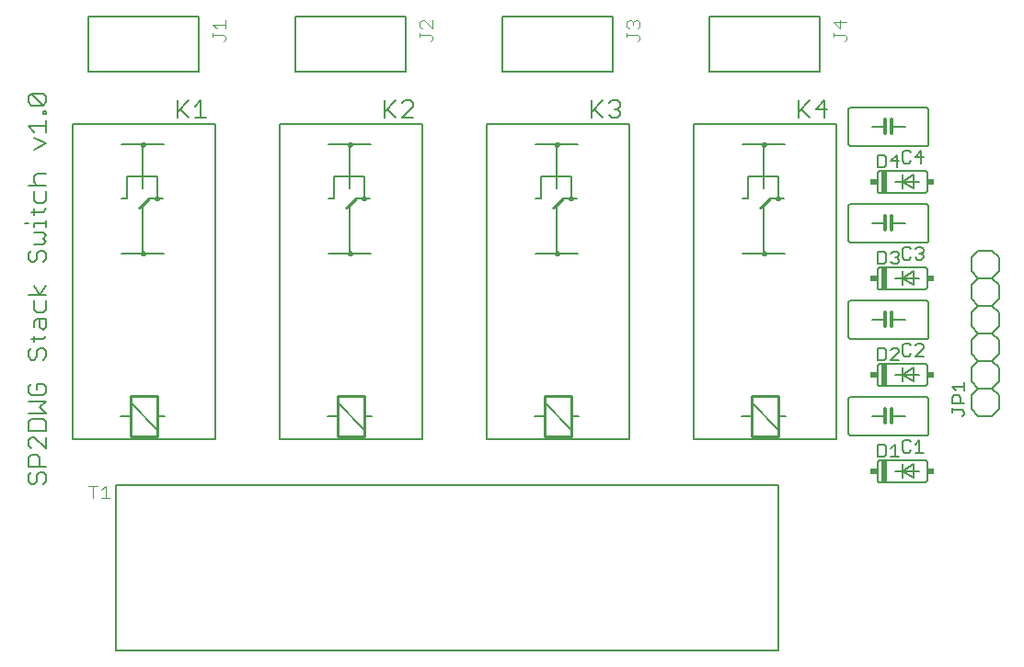
<source format=gtl>
G75*
G70*
%OFA0B0*%
%FSLAX24Y24*%
%IPPOS*%
%LPD*%
%AMOC8*
5,1,8,0,0,1.08239X$1,22.5*
%
%ADD10C,0.0060*%
%ADD11C,0.0100*%
%ADD12C,0.0070*%
%ADD13C,0.0050*%
%ADD14R,0.0200X0.0800*%
%ADD15R,0.0250X0.0200*%
%ADD16C,0.0120*%
%ADD17C,0.0040*%
D10*
X001616Y006710D02*
X001509Y006817D01*
X001509Y007030D01*
X001616Y007137D01*
X001830Y007030D02*
X001936Y007137D01*
X002043Y007137D01*
X002150Y007030D01*
X002150Y006817D01*
X002043Y006710D01*
X001830Y006817D02*
X001830Y007030D01*
X001830Y006817D02*
X001723Y006710D01*
X001616Y006710D01*
X001509Y007355D02*
X001509Y007675D01*
X001616Y007782D01*
X001830Y007782D01*
X001936Y007675D01*
X001936Y007355D01*
X002150Y007355D02*
X001509Y007355D01*
X001616Y007999D02*
X001509Y008106D01*
X001509Y008319D01*
X001616Y008426D01*
X001723Y008426D01*
X002150Y007999D01*
X002150Y008426D01*
X002150Y008644D02*
X002150Y008964D01*
X002043Y009071D01*
X001616Y009071D01*
X001509Y008964D01*
X001509Y008644D01*
X002150Y008644D01*
X002150Y009288D02*
X001509Y009288D01*
X001509Y009715D02*
X002150Y009715D01*
X001936Y009502D01*
X002150Y009288D01*
X002043Y009933D02*
X001616Y009933D01*
X001509Y010040D01*
X001509Y010253D01*
X001616Y010360D01*
X001830Y010360D02*
X001830Y010146D01*
X001830Y010360D02*
X002043Y010360D01*
X002150Y010253D01*
X002150Y010040D01*
X002043Y009933D01*
X002043Y011222D02*
X002150Y011329D01*
X002150Y011542D01*
X002043Y011649D01*
X001936Y011649D01*
X001830Y011542D01*
X001830Y011329D01*
X001723Y011222D01*
X001616Y011222D01*
X001509Y011329D01*
X001509Y011542D01*
X001616Y011649D01*
X001723Y011866D02*
X001723Y012080D01*
X001616Y011973D02*
X002043Y011973D01*
X002150Y012080D01*
X002043Y012296D02*
X001936Y012403D01*
X001936Y012723D01*
X001830Y012723D02*
X002150Y012723D01*
X002150Y012403D01*
X002043Y012296D01*
X001723Y012403D02*
X001723Y012616D01*
X001830Y012723D01*
X001830Y012941D02*
X002043Y012941D01*
X002150Y013047D01*
X002150Y013368D01*
X002150Y013585D02*
X001509Y013585D01*
X001723Y013368D02*
X001723Y013047D01*
X001830Y012941D01*
X001936Y013585D02*
X001723Y013905D01*
X001936Y013585D02*
X002150Y013905D01*
X002043Y014767D02*
X002150Y014874D01*
X002150Y015087D01*
X002043Y015194D01*
X001936Y015194D01*
X001830Y015087D01*
X001830Y014874D01*
X001723Y014767D01*
X001616Y014767D01*
X001509Y014874D01*
X001509Y015087D01*
X001616Y015194D01*
X001723Y015411D02*
X002043Y015411D01*
X002150Y015518D01*
X002043Y015625D01*
X002150Y015732D01*
X002043Y015838D01*
X001723Y015838D01*
X001723Y016056D02*
X001723Y016163D01*
X002150Y016163D01*
X002150Y016269D02*
X002150Y016056D01*
X001723Y016486D02*
X001723Y016699D01*
X001616Y016592D02*
X002043Y016592D01*
X002150Y016699D01*
X002043Y016915D02*
X001830Y016915D01*
X001723Y017022D01*
X001723Y017342D01*
X001830Y017560D02*
X001723Y017667D01*
X001723Y017880D01*
X001830Y017987D01*
X002150Y017987D01*
X002150Y017560D02*
X001509Y017560D01*
X002150Y017342D02*
X002150Y017022D01*
X002043Y016915D01*
X001509Y016163D02*
X001403Y016163D01*
X004900Y017080D02*
X005080Y017080D01*
X005080Y017880D01*
X006180Y017880D01*
X006180Y017080D01*
X005880Y017080D01*
X006180Y017080D02*
X006380Y017080D01*
X005660Y016860D02*
X005660Y015080D01*
X004900Y015080D01*
X005660Y015080D02*
X006410Y015080D01*
X005660Y017460D02*
X005660Y019030D01*
X004900Y019030D01*
X005660Y019030D02*
X006410Y019030D01*
X008280Y019780D02*
X003130Y019780D01*
X003130Y008330D01*
X008280Y008330D01*
X008280Y019780D01*
X010630Y019780D02*
X010630Y008330D01*
X015780Y008330D01*
X015780Y019780D01*
X010630Y019780D01*
X012400Y019030D02*
X013160Y019030D01*
X013910Y019030D01*
X013160Y019030D02*
X013160Y017460D01*
X013380Y017080D02*
X013680Y017080D01*
X013680Y017880D01*
X012580Y017880D01*
X012580Y017080D01*
X012400Y017080D01*
X013160Y016860D02*
X013160Y015080D01*
X012400Y015080D01*
X013160Y015080D02*
X013910Y015080D01*
X013880Y017080D02*
X013680Y017080D01*
X018130Y019780D02*
X018130Y008330D01*
X023280Y008330D01*
X023280Y019780D01*
X018130Y019780D01*
X019900Y019030D02*
X020660Y019030D01*
X021410Y019030D01*
X020660Y019030D02*
X020660Y017460D01*
X020880Y017080D02*
X021180Y017080D01*
X021180Y017880D01*
X020080Y017880D01*
X020080Y017080D01*
X019900Y017080D01*
X020660Y016860D02*
X020660Y015080D01*
X019900Y015080D01*
X020660Y015080D02*
X021410Y015080D01*
X021380Y017080D02*
X021180Y017080D01*
X025630Y019780D02*
X025630Y008330D01*
X030780Y008330D01*
X030780Y019780D01*
X025630Y019780D01*
X027400Y019030D02*
X028160Y019030D01*
X028910Y019030D01*
X028160Y019030D02*
X028160Y017460D01*
X028380Y017080D02*
X028680Y017080D01*
X028680Y017880D01*
X027580Y017880D01*
X027580Y017080D01*
X027400Y017080D01*
X028160Y016860D02*
X028160Y015080D01*
X027400Y015080D01*
X028160Y015080D02*
X028910Y015080D01*
X031230Y015580D02*
X031230Y016780D01*
X031232Y016797D01*
X031236Y016814D01*
X031243Y016830D01*
X031253Y016844D01*
X031266Y016857D01*
X031280Y016867D01*
X031296Y016874D01*
X031313Y016878D01*
X031330Y016880D01*
X034030Y016880D01*
X034047Y016878D01*
X034064Y016874D01*
X034080Y016867D01*
X034094Y016857D01*
X034107Y016844D01*
X034117Y016830D01*
X034124Y016814D01*
X034128Y016797D01*
X034130Y016780D01*
X034130Y015580D01*
X034128Y015563D01*
X034124Y015546D01*
X034117Y015530D01*
X034107Y015516D01*
X034094Y015503D01*
X034080Y015493D01*
X034064Y015486D01*
X034047Y015482D01*
X034030Y015480D01*
X031330Y015480D01*
X031313Y015482D01*
X031296Y015486D01*
X031280Y015493D01*
X031266Y015503D01*
X031253Y015516D01*
X031243Y015530D01*
X031236Y015546D01*
X031232Y015563D01*
X031230Y015580D01*
X032080Y016180D02*
X032550Y016180D01*
X032800Y016180D02*
X033280Y016180D01*
X033980Y017280D02*
X032380Y017280D01*
X032363Y017282D01*
X032346Y017286D01*
X032330Y017293D01*
X032316Y017303D01*
X032303Y017316D01*
X032293Y017330D01*
X032286Y017346D01*
X032282Y017363D01*
X032280Y017380D01*
X032280Y017980D01*
X032282Y017997D01*
X032286Y018014D01*
X032293Y018030D01*
X032303Y018044D01*
X032316Y018057D01*
X032330Y018067D01*
X032346Y018074D01*
X032363Y018078D01*
X032380Y018080D01*
X033980Y018080D01*
X033997Y018078D01*
X034014Y018074D01*
X034030Y018067D01*
X034044Y018057D01*
X034057Y018044D01*
X034067Y018030D01*
X034074Y018014D01*
X034078Y017997D01*
X034080Y017980D01*
X034080Y017380D01*
X034078Y017363D01*
X034074Y017346D01*
X034067Y017330D01*
X034057Y017316D01*
X034044Y017303D01*
X034030Y017293D01*
X034014Y017286D01*
X033997Y017282D01*
X033980Y017280D01*
X033580Y017430D02*
X033180Y017680D01*
X033180Y017430D01*
X033180Y017680D02*
X032930Y017680D01*
X033180Y017680D02*
X033180Y017930D01*
X033180Y017680D02*
X033580Y017930D01*
X033580Y017430D01*
X033780Y017680D02*
X033180Y017680D01*
X034030Y018980D02*
X031330Y018980D01*
X031313Y018982D01*
X031296Y018986D01*
X031280Y018993D01*
X031266Y019003D01*
X031253Y019016D01*
X031243Y019030D01*
X031236Y019046D01*
X031232Y019063D01*
X031230Y019080D01*
X031230Y020280D01*
X031232Y020297D01*
X031236Y020314D01*
X031243Y020330D01*
X031253Y020344D01*
X031266Y020357D01*
X031280Y020367D01*
X031296Y020374D01*
X031313Y020378D01*
X031330Y020380D01*
X034030Y020380D01*
X034047Y020378D01*
X034064Y020374D01*
X034080Y020367D01*
X034094Y020357D01*
X034107Y020344D01*
X034117Y020330D01*
X034124Y020314D01*
X034128Y020297D01*
X034130Y020280D01*
X034130Y019080D01*
X034128Y019063D01*
X034124Y019046D01*
X034117Y019030D01*
X034107Y019016D01*
X034094Y019003D01*
X034080Y018993D01*
X034064Y018986D01*
X034047Y018982D01*
X034030Y018980D01*
X033280Y019680D02*
X032800Y019680D01*
X032550Y019680D02*
X032080Y019680D01*
X028880Y017080D02*
X028680Y017080D01*
X032280Y014480D02*
X032280Y013880D01*
X032282Y013863D01*
X032286Y013846D01*
X032293Y013830D01*
X032303Y013816D01*
X032316Y013803D01*
X032330Y013793D01*
X032346Y013786D01*
X032363Y013782D01*
X032380Y013780D01*
X033980Y013780D01*
X033997Y013782D01*
X034014Y013786D01*
X034030Y013793D01*
X034044Y013803D01*
X034057Y013816D01*
X034067Y013830D01*
X034074Y013846D01*
X034078Y013863D01*
X034080Y013880D01*
X034080Y014480D01*
X034078Y014497D01*
X034074Y014514D01*
X034067Y014530D01*
X034057Y014544D01*
X034044Y014557D01*
X034030Y014567D01*
X034014Y014574D01*
X033997Y014578D01*
X033980Y014580D01*
X032380Y014580D01*
X032363Y014578D01*
X032346Y014574D01*
X032330Y014567D01*
X032316Y014557D01*
X032303Y014544D01*
X032293Y014530D01*
X032286Y014514D01*
X032282Y014497D01*
X032280Y014480D01*
X032930Y014180D02*
X033180Y014180D01*
X033180Y013930D01*
X033180Y014180D02*
X033180Y014430D01*
X033180Y014180D02*
X033580Y014430D01*
X033580Y013930D01*
X033180Y014180D01*
X033780Y014180D01*
X034030Y013380D02*
X031330Y013380D01*
X031313Y013378D01*
X031296Y013374D01*
X031280Y013367D01*
X031266Y013357D01*
X031253Y013344D01*
X031243Y013330D01*
X031236Y013314D01*
X031232Y013297D01*
X031230Y013280D01*
X031230Y012080D01*
X031232Y012063D01*
X031236Y012046D01*
X031243Y012030D01*
X031253Y012016D01*
X031266Y012003D01*
X031280Y011993D01*
X031296Y011986D01*
X031313Y011982D01*
X031330Y011980D01*
X034030Y011980D01*
X034047Y011982D01*
X034064Y011986D01*
X034080Y011993D01*
X034094Y012003D01*
X034107Y012016D01*
X034117Y012030D01*
X034124Y012046D01*
X034128Y012063D01*
X034130Y012080D01*
X034130Y013280D01*
X034128Y013297D01*
X034124Y013314D01*
X034117Y013330D01*
X034107Y013344D01*
X034094Y013357D01*
X034080Y013367D01*
X034064Y013374D01*
X034047Y013378D01*
X034030Y013380D01*
X033280Y012680D02*
X032800Y012680D01*
X032550Y012680D02*
X032080Y012680D01*
X032380Y011080D02*
X033980Y011080D01*
X033997Y011078D01*
X034014Y011074D01*
X034030Y011067D01*
X034044Y011057D01*
X034057Y011044D01*
X034067Y011030D01*
X034074Y011014D01*
X034078Y010997D01*
X034080Y010980D01*
X034080Y010380D01*
X034078Y010363D01*
X034074Y010346D01*
X034067Y010330D01*
X034057Y010316D01*
X034044Y010303D01*
X034030Y010293D01*
X034014Y010286D01*
X033997Y010282D01*
X033980Y010280D01*
X032380Y010280D01*
X032363Y010282D01*
X032346Y010286D01*
X032330Y010293D01*
X032316Y010303D01*
X032303Y010316D01*
X032293Y010330D01*
X032286Y010346D01*
X032282Y010363D01*
X032280Y010380D01*
X032280Y010980D01*
X032282Y010997D01*
X032286Y011014D01*
X032293Y011030D01*
X032303Y011044D01*
X032316Y011057D01*
X032330Y011067D01*
X032346Y011074D01*
X032363Y011078D01*
X032380Y011080D01*
X032930Y010680D02*
X033180Y010680D01*
X033180Y010430D01*
X033180Y010680D02*
X033180Y010930D01*
X033180Y010680D02*
X033580Y010930D01*
X033580Y010430D01*
X033180Y010680D01*
X033780Y010680D01*
X034030Y009880D02*
X031330Y009880D01*
X031313Y009878D01*
X031296Y009874D01*
X031280Y009867D01*
X031266Y009857D01*
X031253Y009844D01*
X031243Y009830D01*
X031236Y009814D01*
X031232Y009797D01*
X031230Y009780D01*
X031230Y008580D01*
X031232Y008563D01*
X031236Y008546D01*
X031243Y008530D01*
X031253Y008516D01*
X031266Y008503D01*
X031280Y008493D01*
X031296Y008486D01*
X031313Y008482D01*
X031330Y008480D01*
X034030Y008480D01*
X034047Y008482D01*
X034064Y008486D01*
X034080Y008493D01*
X034094Y008503D01*
X034107Y008516D01*
X034117Y008530D01*
X034124Y008546D01*
X034128Y008563D01*
X034130Y008580D01*
X034130Y009780D01*
X034128Y009797D01*
X034124Y009814D01*
X034117Y009830D01*
X034107Y009844D01*
X034094Y009857D01*
X034080Y009867D01*
X034064Y009874D01*
X034047Y009878D01*
X034030Y009880D01*
X033280Y009180D02*
X032800Y009180D01*
X032550Y009180D02*
X032080Y009180D01*
X032380Y007580D02*
X033980Y007580D01*
X033997Y007578D01*
X034014Y007574D01*
X034030Y007567D01*
X034044Y007557D01*
X034057Y007544D01*
X034067Y007530D01*
X034074Y007514D01*
X034078Y007497D01*
X034080Y007480D01*
X034080Y006880D01*
X034078Y006863D01*
X034074Y006846D01*
X034067Y006830D01*
X034057Y006816D01*
X034044Y006803D01*
X034030Y006793D01*
X034014Y006786D01*
X033997Y006782D01*
X033980Y006780D01*
X032380Y006780D01*
X032363Y006782D01*
X032346Y006786D01*
X032330Y006793D01*
X032316Y006803D01*
X032303Y006816D01*
X032293Y006830D01*
X032286Y006846D01*
X032282Y006863D01*
X032280Y006880D01*
X032280Y007480D01*
X032282Y007497D01*
X032286Y007514D01*
X032293Y007530D01*
X032303Y007544D01*
X032316Y007557D01*
X032330Y007567D01*
X032346Y007574D01*
X032363Y007578D01*
X032380Y007580D01*
X032930Y007180D02*
X033180Y007180D01*
X033180Y006930D01*
X033180Y007180D02*
X033180Y007430D01*
X033180Y007180D02*
X033580Y007430D01*
X033580Y006930D01*
X033180Y007180D01*
X033780Y007180D01*
X035930Y009180D02*
X035680Y009430D01*
X035680Y009930D01*
X035930Y010180D01*
X035680Y010430D01*
X035680Y010930D01*
X035930Y011180D01*
X036430Y011180D01*
X036680Y010930D01*
X036680Y010430D01*
X036430Y010180D01*
X036680Y009930D01*
X036680Y009430D01*
X036430Y009180D01*
X035930Y009180D01*
X035930Y010180D02*
X036430Y010180D01*
X036430Y011180D02*
X036680Y011430D01*
X036680Y011930D01*
X036430Y012180D01*
X036680Y012430D01*
X036680Y012930D01*
X036430Y013180D01*
X036680Y013430D01*
X036680Y013930D01*
X036430Y014180D01*
X036680Y014430D01*
X036680Y014930D01*
X036430Y015180D01*
X035930Y015180D01*
X035680Y014930D01*
X035680Y014430D01*
X035930Y014180D01*
X036430Y014180D01*
X035930Y014180D02*
X035680Y013930D01*
X035680Y013430D01*
X035930Y013180D01*
X036430Y013180D01*
X035930Y013180D02*
X035680Y012930D01*
X035680Y012430D01*
X035930Y012180D01*
X036430Y012180D01*
X035930Y012180D02*
X035680Y011930D01*
X035680Y011430D01*
X035930Y011180D01*
X028940Y009180D02*
X028700Y009180D01*
X028700Y008690D02*
X027710Y009670D01*
X027710Y009180D02*
X027370Y009180D01*
X021440Y009180D02*
X021200Y009180D01*
X021200Y008690D02*
X020210Y009670D01*
X020210Y009180D02*
X019870Y009180D01*
X013940Y009180D02*
X013700Y009180D01*
X013700Y008690D02*
X012710Y009670D01*
X012710Y009180D02*
X012370Y009180D01*
X006440Y009180D02*
X006200Y009180D01*
X006200Y008690D02*
X005210Y009670D01*
X005210Y009180D02*
X004870Y009180D01*
X001723Y018849D02*
X002150Y019063D01*
X001723Y019276D01*
X001723Y019494D02*
X001509Y019707D01*
X002150Y019707D01*
X002150Y019494D02*
X002150Y019921D01*
X002150Y020138D02*
X002150Y020245D01*
X002043Y020245D01*
X002043Y020138D01*
X002150Y020138D01*
X002043Y020460D02*
X001616Y020460D01*
X001509Y020567D01*
X001509Y020781D01*
X001616Y020887D01*
X002043Y020460D01*
X002150Y020567D01*
X002150Y020781D01*
X002043Y020887D01*
X001616Y020887D01*
D11*
X005610Y019030D02*
X005612Y019043D01*
X005617Y019056D01*
X005626Y019067D01*
X005637Y019074D01*
X005650Y019079D01*
X005663Y019080D01*
X005677Y019077D01*
X005689Y019071D01*
X005699Y019062D01*
X005706Y019050D01*
X005710Y019037D01*
X005710Y019023D01*
X005706Y019010D01*
X005699Y018998D01*
X005689Y018989D01*
X005677Y018983D01*
X005663Y018980D01*
X005650Y018981D01*
X005637Y018986D01*
X005626Y018993D01*
X005617Y019004D01*
X005612Y019017D01*
X005610Y019030D01*
X005880Y017080D02*
X005660Y016860D01*
X005530Y016730D01*
X006130Y017080D02*
X006132Y017093D01*
X006137Y017106D01*
X006146Y017117D01*
X006157Y017124D01*
X006170Y017129D01*
X006183Y017130D01*
X006197Y017127D01*
X006209Y017121D01*
X006219Y017112D01*
X006226Y017100D01*
X006230Y017087D01*
X006230Y017073D01*
X006226Y017060D01*
X006219Y017048D01*
X006209Y017039D01*
X006197Y017033D01*
X006183Y017030D01*
X006170Y017031D01*
X006157Y017036D01*
X006146Y017043D01*
X006137Y017054D01*
X006132Y017067D01*
X006130Y017080D01*
X005610Y015080D02*
X005612Y015093D01*
X005617Y015106D01*
X005626Y015117D01*
X005637Y015124D01*
X005650Y015129D01*
X005663Y015130D01*
X005677Y015127D01*
X005689Y015121D01*
X005699Y015112D01*
X005706Y015100D01*
X005710Y015087D01*
X005710Y015073D01*
X005706Y015060D01*
X005699Y015048D01*
X005689Y015039D01*
X005677Y015033D01*
X005663Y015030D01*
X005650Y015031D01*
X005637Y015036D01*
X005626Y015043D01*
X005617Y015054D01*
X005612Y015067D01*
X005610Y015080D01*
X013030Y016730D02*
X013160Y016860D01*
X013380Y017080D01*
X013630Y017080D02*
X013632Y017093D01*
X013637Y017106D01*
X013646Y017117D01*
X013657Y017124D01*
X013670Y017129D01*
X013683Y017130D01*
X013697Y017127D01*
X013709Y017121D01*
X013719Y017112D01*
X013726Y017100D01*
X013730Y017087D01*
X013730Y017073D01*
X013726Y017060D01*
X013719Y017048D01*
X013709Y017039D01*
X013697Y017033D01*
X013683Y017030D01*
X013670Y017031D01*
X013657Y017036D01*
X013646Y017043D01*
X013637Y017054D01*
X013632Y017067D01*
X013630Y017080D01*
X013110Y019030D02*
X013112Y019043D01*
X013117Y019056D01*
X013126Y019067D01*
X013137Y019074D01*
X013150Y019079D01*
X013163Y019080D01*
X013177Y019077D01*
X013189Y019071D01*
X013199Y019062D01*
X013206Y019050D01*
X013210Y019037D01*
X013210Y019023D01*
X013206Y019010D01*
X013199Y018998D01*
X013189Y018989D01*
X013177Y018983D01*
X013163Y018980D01*
X013150Y018981D01*
X013137Y018986D01*
X013126Y018993D01*
X013117Y019004D01*
X013112Y019017D01*
X013110Y019030D01*
X013110Y015080D02*
X013112Y015093D01*
X013117Y015106D01*
X013126Y015117D01*
X013137Y015124D01*
X013150Y015129D01*
X013163Y015130D01*
X013177Y015127D01*
X013189Y015121D01*
X013199Y015112D01*
X013206Y015100D01*
X013210Y015087D01*
X013210Y015073D01*
X013206Y015060D01*
X013199Y015048D01*
X013189Y015039D01*
X013177Y015033D01*
X013163Y015030D01*
X013150Y015031D01*
X013137Y015036D01*
X013126Y015043D01*
X013117Y015054D01*
X013112Y015067D01*
X013110Y015080D01*
X020610Y015080D02*
X020612Y015093D01*
X020617Y015106D01*
X020626Y015117D01*
X020637Y015124D01*
X020650Y015129D01*
X020663Y015130D01*
X020677Y015127D01*
X020689Y015121D01*
X020699Y015112D01*
X020706Y015100D01*
X020710Y015087D01*
X020710Y015073D01*
X020706Y015060D01*
X020699Y015048D01*
X020689Y015039D01*
X020677Y015033D01*
X020663Y015030D01*
X020650Y015031D01*
X020637Y015036D01*
X020626Y015043D01*
X020617Y015054D01*
X020612Y015067D01*
X020610Y015080D01*
X020530Y016730D02*
X020660Y016860D01*
X020880Y017080D01*
X021130Y017080D02*
X021132Y017093D01*
X021137Y017106D01*
X021146Y017117D01*
X021157Y017124D01*
X021170Y017129D01*
X021183Y017130D01*
X021197Y017127D01*
X021209Y017121D01*
X021219Y017112D01*
X021226Y017100D01*
X021230Y017087D01*
X021230Y017073D01*
X021226Y017060D01*
X021219Y017048D01*
X021209Y017039D01*
X021197Y017033D01*
X021183Y017030D01*
X021170Y017031D01*
X021157Y017036D01*
X021146Y017043D01*
X021137Y017054D01*
X021132Y017067D01*
X021130Y017080D01*
X020610Y019030D02*
X020612Y019043D01*
X020617Y019056D01*
X020626Y019067D01*
X020637Y019074D01*
X020650Y019079D01*
X020663Y019080D01*
X020677Y019077D01*
X020689Y019071D01*
X020699Y019062D01*
X020706Y019050D01*
X020710Y019037D01*
X020710Y019023D01*
X020706Y019010D01*
X020699Y018998D01*
X020689Y018989D01*
X020677Y018983D01*
X020663Y018980D01*
X020650Y018981D01*
X020637Y018986D01*
X020626Y018993D01*
X020617Y019004D01*
X020612Y019017D01*
X020610Y019030D01*
X028110Y019030D02*
X028112Y019043D01*
X028117Y019056D01*
X028126Y019067D01*
X028137Y019074D01*
X028150Y019079D01*
X028163Y019080D01*
X028177Y019077D01*
X028189Y019071D01*
X028199Y019062D01*
X028206Y019050D01*
X028210Y019037D01*
X028210Y019023D01*
X028206Y019010D01*
X028199Y018998D01*
X028189Y018989D01*
X028177Y018983D01*
X028163Y018980D01*
X028150Y018981D01*
X028137Y018986D01*
X028126Y018993D01*
X028117Y019004D01*
X028112Y019017D01*
X028110Y019030D01*
X028380Y017080D02*
X028160Y016860D01*
X028030Y016730D01*
X028630Y017080D02*
X028632Y017093D01*
X028637Y017106D01*
X028646Y017117D01*
X028657Y017124D01*
X028670Y017129D01*
X028683Y017130D01*
X028697Y017127D01*
X028709Y017121D01*
X028719Y017112D01*
X028726Y017100D01*
X028730Y017087D01*
X028730Y017073D01*
X028726Y017060D01*
X028719Y017048D01*
X028709Y017039D01*
X028697Y017033D01*
X028683Y017030D01*
X028670Y017031D01*
X028657Y017036D01*
X028646Y017043D01*
X028637Y017054D01*
X028632Y017067D01*
X028630Y017080D01*
X028110Y015080D02*
X028112Y015093D01*
X028117Y015106D01*
X028126Y015117D01*
X028137Y015124D01*
X028150Y015129D01*
X028163Y015130D01*
X028177Y015127D01*
X028189Y015121D01*
X028199Y015112D01*
X028206Y015100D01*
X028210Y015087D01*
X028210Y015073D01*
X028206Y015060D01*
X028199Y015048D01*
X028189Y015039D01*
X028177Y015033D01*
X028163Y015030D01*
X028150Y015031D01*
X028137Y015036D01*
X028126Y015043D01*
X028117Y015054D01*
X028112Y015067D01*
X028110Y015080D01*
X027710Y009920D02*
X027710Y009670D01*
X027710Y009180D01*
X027710Y008440D01*
X028700Y008440D01*
X028700Y008690D01*
X028700Y009180D01*
X028700Y009920D01*
X027710Y009920D01*
X021200Y009920D02*
X021200Y009180D01*
X021200Y008690D01*
X021200Y008440D01*
X020210Y008440D01*
X020210Y009180D01*
X020210Y009670D01*
X020210Y009920D01*
X021200Y009920D01*
X013700Y009920D02*
X013700Y009180D01*
X013700Y008690D01*
X013700Y008440D01*
X012710Y008440D01*
X012710Y009180D01*
X012710Y009670D01*
X012710Y009920D01*
X013700Y009920D01*
X006200Y009920D02*
X006200Y009180D01*
X006200Y008690D01*
X006200Y008440D01*
X005210Y008440D01*
X005210Y009180D01*
X005210Y009670D01*
X005210Y009920D01*
X006200Y009920D01*
D12*
X006906Y020005D02*
X006906Y020636D01*
X007011Y020320D02*
X007326Y020005D01*
X007550Y020005D02*
X007971Y020005D01*
X007761Y020005D02*
X007761Y020636D01*
X007550Y020425D01*
X007326Y020636D02*
X006906Y020215D01*
X014406Y020215D02*
X014826Y020636D01*
X015050Y020530D02*
X015156Y020636D01*
X015366Y020636D01*
X015471Y020530D01*
X015471Y020425D01*
X015050Y020005D01*
X015471Y020005D01*
X014826Y020005D02*
X014511Y020320D01*
X014406Y020636D02*
X014406Y020005D01*
X021906Y020005D02*
X021906Y020636D01*
X022011Y020320D02*
X022326Y020005D01*
X022550Y020110D02*
X022656Y020005D01*
X022866Y020005D01*
X022971Y020110D01*
X022971Y020215D01*
X022866Y020320D01*
X022761Y020320D01*
X022866Y020320D02*
X022971Y020425D01*
X022971Y020530D01*
X022866Y020636D01*
X022656Y020636D01*
X022550Y020530D01*
X022326Y020636D02*
X021906Y020215D01*
X029406Y020215D02*
X029826Y020636D01*
X030050Y020320D02*
X030471Y020320D01*
X030366Y020005D02*
X030366Y020636D01*
X030050Y020320D01*
X029826Y020005D02*
X029511Y020320D01*
X029406Y020636D02*
X029406Y020005D01*
D13*
X004680Y006680D02*
X004680Y000680D01*
X025680Y000680D01*
X028680Y000680D01*
X028680Y006680D01*
X004680Y006680D01*
X003680Y021680D02*
X003680Y023680D01*
X007680Y023680D01*
X007680Y021680D01*
X003680Y021680D01*
X011180Y021680D02*
X011180Y023680D01*
X015180Y023680D01*
X015180Y021680D01*
X011180Y021680D01*
X018680Y021680D02*
X018680Y023680D01*
X022680Y023680D01*
X022680Y021680D01*
X018680Y021680D01*
X026180Y021680D02*
X026180Y023680D01*
X030180Y023680D01*
X030180Y021680D01*
X026180Y021680D01*
X032305Y018655D02*
X032305Y018205D01*
X032530Y018205D01*
X032605Y018280D01*
X032605Y018580D01*
X032530Y018655D01*
X032305Y018655D01*
X032765Y018430D02*
X033066Y018430D01*
X033184Y018430D02*
X033259Y018355D01*
X033409Y018355D01*
X033484Y018430D01*
X033645Y018580D02*
X033945Y018580D01*
X033870Y018355D02*
X033870Y018805D01*
X033645Y018580D01*
X033484Y018730D02*
X033409Y018805D01*
X033259Y018805D01*
X033184Y018730D01*
X033184Y018430D01*
X032991Y018205D02*
X032991Y018655D01*
X032765Y018430D01*
X033259Y015305D02*
X033184Y015230D01*
X033184Y014930D01*
X033259Y014855D01*
X033409Y014855D01*
X033484Y014930D01*
X033645Y014930D02*
X033720Y014855D01*
X033870Y014855D01*
X033945Y014930D01*
X033945Y015005D01*
X033870Y015080D01*
X033795Y015080D01*
X033870Y015080D02*
X033945Y015155D01*
X033945Y015230D01*
X033870Y015305D01*
X033720Y015305D01*
X033645Y015230D01*
X033484Y015230D02*
X033409Y015305D01*
X033259Y015305D01*
X033066Y015080D02*
X032991Y015155D01*
X032840Y015155D01*
X032765Y015080D01*
X032605Y015080D02*
X032605Y014780D01*
X032530Y014705D01*
X032305Y014705D01*
X032305Y015155D01*
X032530Y015155D01*
X032605Y015080D01*
X032765Y014780D02*
X032840Y014705D01*
X032991Y014705D01*
X033066Y014780D01*
X033066Y014855D01*
X032991Y014930D01*
X032916Y014930D01*
X032991Y014930D02*
X033066Y015005D01*
X033066Y015080D01*
X033259Y011805D02*
X033184Y011730D01*
X033184Y011430D01*
X033259Y011355D01*
X033409Y011355D01*
X033484Y011430D01*
X033645Y011355D02*
X033945Y011655D01*
X033945Y011730D01*
X033870Y011805D01*
X033720Y011805D01*
X033645Y011730D01*
X033484Y011730D02*
X033409Y011805D01*
X033259Y011805D01*
X033066Y011580D02*
X032991Y011655D01*
X032840Y011655D01*
X032765Y011580D01*
X032605Y011580D02*
X032605Y011280D01*
X032530Y011205D01*
X032305Y011205D01*
X032305Y011655D01*
X032530Y011655D01*
X032605Y011580D01*
X032765Y011205D02*
X033066Y011505D01*
X033066Y011580D01*
X033645Y011355D02*
X033945Y011355D01*
X033066Y011205D02*
X032765Y011205D01*
X034985Y010246D02*
X035135Y010096D01*
X035210Y009936D02*
X035285Y009861D01*
X035285Y009635D01*
X035435Y009635D02*
X034985Y009635D01*
X034985Y009861D01*
X035060Y009936D01*
X035210Y009936D01*
X035435Y010096D02*
X035435Y010396D01*
X035435Y010246D02*
X034985Y010246D01*
X034985Y009475D02*
X034985Y009325D01*
X034985Y009400D02*
X035360Y009400D01*
X035435Y009325D01*
X035435Y009250D01*
X035360Y009175D01*
X033795Y008305D02*
X033795Y007855D01*
X033645Y007855D02*
X033945Y007855D01*
X033645Y008155D02*
X033795Y008305D01*
X033484Y008230D02*
X033409Y008305D01*
X033259Y008305D01*
X033184Y008230D01*
X033184Y007930D01*
X033259Y007855D01*
X033409Y007855D01*
X033484Y007930D01*
X033066Y007705D02*
X032765Y007705D01*
X032916Y007705D02*
X032916Y008155D01*
X032765Y008005D01*
X032605Y008080D02*
X032605Y007780D01*
X032530Y007705D01*
X032305Y007705D01*
X032305Y008155D01*
X032530Y008155D01*
X032605Y008080D01*
D14*
X032530Y007180D03*
X032530Y010680D03*
X032530Y014180D03*
X032530Y017680D03*
D15*
X032155Y017680D03*
X034205Y017680D03*
X034205Y014180D03*
X032155Y014180D03*
X032155Y010680D03*
X034205Y010680D03*
X034205Y007180D03*
X032155Y007180D03*
D16*
X032550Y008930D02*
X032550Y009180D01*
X032550Y009430D01*
X032800Y009430D02*
X032800Y009180D01*
X032800Y008930D01*
X032800Y012430D02*
X032800Y012680D01*
X032800Y012930D01*
X032550Y012930D02*
X032550Y012680D01*
X032550Y012430D01*
X032550Y015930D02*
X032550Y016180D01*
X032550Y016430D01*
X032800Y016430D02*
X032800Y016180D01*
X032800Y015930D01*
X032800Y019430D02*
X032800Y019680D01*
X032800Y019930D01*
X032550Y019930D02*
X032550Y019680D01*
X032550Y019430D01*
D17*
X031083Y022779D02*
X031160Y022856D01*
X031160Y022933D01*
X031083Y023009D01*
X030700Y023009D01*
X030700Y022933D02*
X030700Y023086D01*
X030930Y023240D02*
X030930Y023547D01*
X031160Y023470D02*
X030700Y023470D01*
X030930Y023240D01*
X023660Y023316D02*
X023583Y023240D01*
X023660Y023316D02*
X023660Y023470D01*
X023583Y023547D01*
X023507Y023547D01*
X023430Y023470D01*
X023430Y023393D01*
X023430Y023470D02*
X023353Y023547D01*
X023276Y023547D01*
X023200Y023470D01*
X023200Y023316D01*
X023276Y023240D01*
X023200Y023086D02*
X023200Y022933D01*
X023200Y023009D02*
X023583Y023009D01*
X023660Y022933D01*
X023660Y022856D01*
X023583Y022779D01*
X016160Y022856D02*
X016160Y022933D01*
X016083Y023009D01*
X015700Y023009D01*
X015700Y022933D02*
X015700Y023086D01*
X015776Y023240D02*
X015700Y023316D01*
X015700Y023470D01*
X015776Y023547D01*
X015853Y023547D01*
X016160Y023240D01*
X016160Y023547D01*
X016160Y022856D02*
X016083Y022779D01*
X008660Y022856D02*
X008660Y022933D01*
X008583Y023009D01*
X008200Y023009D01*
X008200Y022933D02*
X008200Y023086D01*
X008353Y023240D02*
X008200Y023393D01*
X008660Y023393D01*
X008660Y023240D02*
X008660Y023547D01*
X008660Y022856D02*
X008583Y022779D01*
X004314Y006660D02*
X004314Y006200D01*
X004467Y006200D02*
X004160Y006200D01*
X003853Y006200D02*
X003853Y006660D01*
X003700Y006660D02*
X004007Y006660D01*
X004160Y006507D02*
X004314Y006660D01*
M02*

</source>
